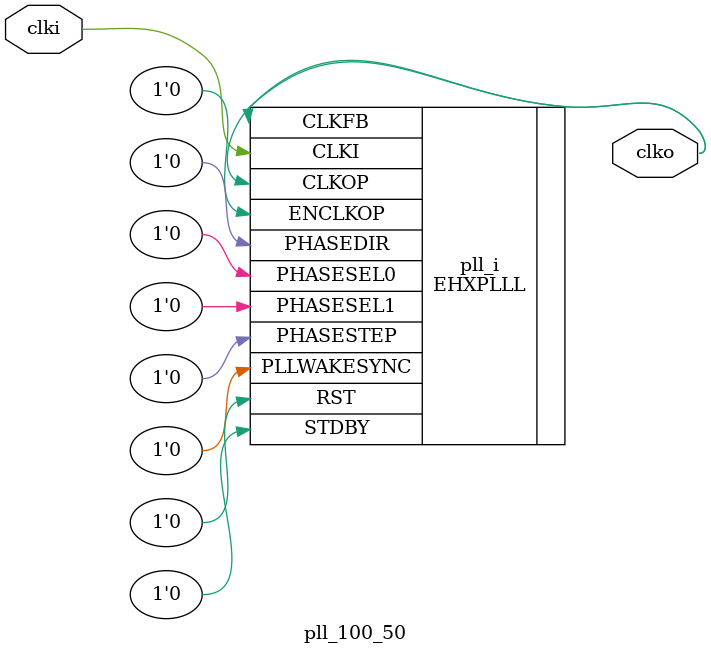
<source format=v>
module pll_100_50(input clki, output clko);
    (* ICP_CURRENT="12" *) (* LPF_RESISTOR="8" *) (* MFG_ENABLE_FILTEROPAMP="1" *) (* MFG_GMCREF_SEL="2" *)
    EHXPLLL #(
        .PLLRST_ENA("DISABLED"),
        .INTFB_WAKE("DISABLED"),
        .STDBY_ENABLE("DISABLED"),
        .DPHASE_SOURCE("DISABLED"),
        .CLKOP_FPHASE(0),
        .CLKOP_CPHASE(11),
        .OUTDIVIDER_MUXA("DIVA"),
        .CLKOP_ENABLE("ENABLED"),
        .CLKOP_DIV(12),
        .CLKFB_DIV(1),
        .CLKI_DIV(2),
        .FEEDBK_PATH("CLKOP")
    ) pll_i (
        .CLKI(clki),
        .CLKFB(clko),
        .CLKOP(clko),
        .RST(1'b0),
        .STDBY(1'b0),
        .PHASESEL0(1'b0),
        .PHASESEL1(1'b0),
        .PHASEDIR(1'b0),
        .PHASESTEP(1'b0),
        .PLLWAKESYNC(1'b0),
        .ENCLKOP(1'b0),
    );
endmodule

</source>
